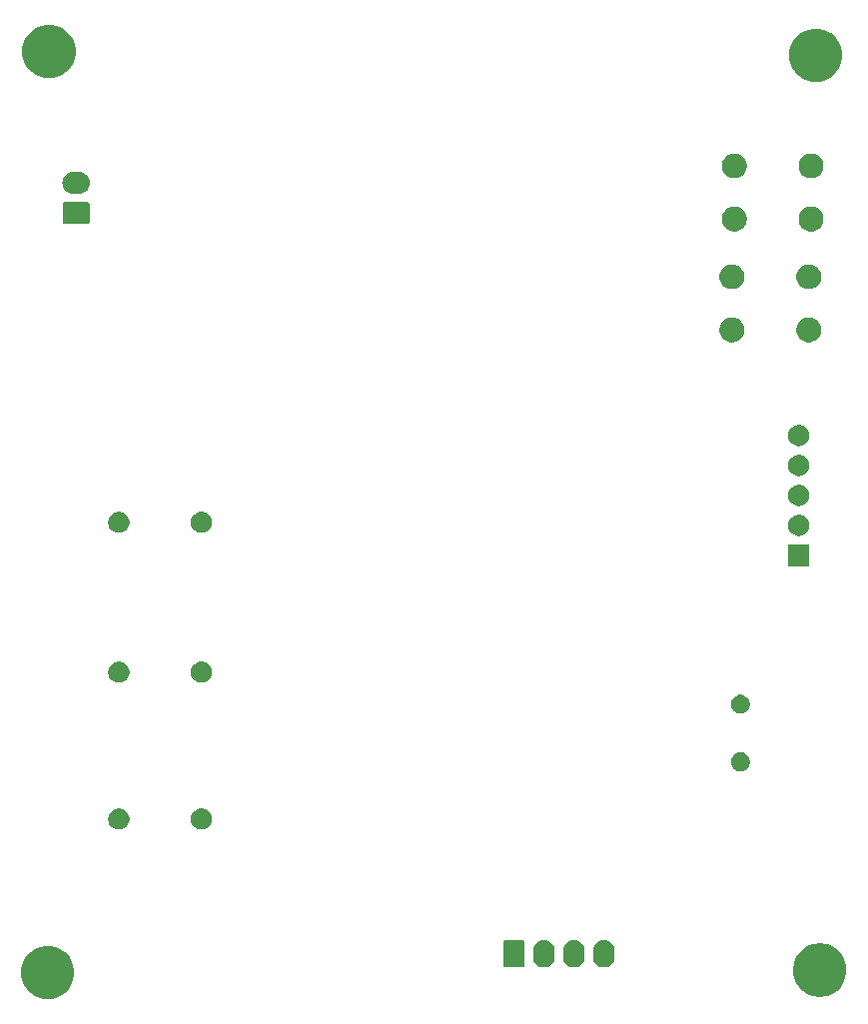
<source format=gbr>
G04 #@! TF.GenerationSoftware,KiCad,Pcbnew,(5.1.5)-3*
G04 #@! TF.CreationDate,2020-06-18T17:13:16-03:00*
G04 #@! TF.ProjectId,Energy_Meter,456e6572-6779-45f4-9d65-7465722e6b69,rev?*
G04 #@! TF.SameCoordinates,Original*
G04 #@! TF.FileFunction,Soldermask,Bot*
G04 #@! TF.FilePolarity,Negative*
%FSLAX46Y46*%
G04 Gerber Fmt 4.6, Leading zero omitted, Abs format (unit mm)*
G04 Created by KiCad (PCBNEW (5.1.5)-3) date 2020-06-18 17:13:16*
%MOMM*%
%LPD*%
G04 APERTURE LIST*
%ADD10C,0.100000*%
G04 APERTURE END LIST*
D10*
G36*
X82125880Y-133959776D02*
G01*
X82506593Y-134035504D01*
X82916249Y-134205189D01*
X83284929Y-134451534D01*
X83598466Y-134765071D01*
X83844811Y-135133751D01*
X84014496Y-135543407D01*
X84101000Y-135978296D01*
X84101000Y-136421704D01*
X84014496Y-136856593D01*
X83844811Y-137266249D01*
X83598466Y-137634929D01*
X83284929Y-137948466D01*
X82916249Y-138194811D01*
X82506593Y-138364496D01*
X82125880Y-138440224D01*
X82071705Y-138451000D01*
X81628295Y-138451000D01*
X81574120Y-138440224D01*
X81193407Y-138364496D01*
X80783751Y-138194811D01*
X80415071Y-137948466D01*
X80101534Y-137634929D01*
X79855189Y-137266249D01*
X79685504Y-136856593D01*
X79599000Y-136421704D01*
X79599000Y-135978296D01*
X79685504Y-135543407D01*
X79855189Y-135133751D01*
X80101534Y-134765071D01*
X80415071Y-134451534D01*
X80783751Y-134205189D01*
X81193407Y-134035504D01*
X81574120Y-133959776D01*
X81628295Y-133949000D01*
X82071705Y-133949000D01*
X82125880Y-133959776D01*
G37*
G36*
X147575880Y-133759776D02*
G01*
X147956593Y-133835504D01*
X148366249Y-134005189D01*
X148734929Y-134251534D01*
X149048466Y-134565071D01*
X149294811Y-134933751D01*
X149464496Y-135343407D01*
X149514995Y-135597287D01*
X149548490Y-135765674D01*
X149551000Y-135778296D01*
X149551000Y-136221704D01*
X149464496Y-136656593D01*
X149294811Y-137066249D01*
X149048466Y-137434929D01*
X148734929Y-137748466D01*
X148366249Y-137994811D01*
X147956593Y-138164496D01*
X147599176Y-138235590D01*
X147521705Y-138251000D01*
X147078295Y-138251000D01*
X147000824Y-138235590D01*
X146643407Y-138164496D01*
X146233751Y-137994811D01*
X145865071Y-137748466D01*
X145551534Y-137434929D01*
X145305189Y-137066249D01*
X145135504Y-136656593D01*
X145049000Y-136221704D01*
X145049000Y-135778296D01*
X145051511Y-135765674D01*
X145085005Y-135597287D01*
X145135504Y-135343407D01*
X145305189Y-134933751D01*
X145551534Y-134565071D01*
X145865071Y-134251534D01*
X146233751Y-134005189D01*
X146643407Y-133835504D01*
X147024120Y-133759776D01*
X147078295Y-133749000D01*
X147521705Y-133749000D01*
X147575880Y-133759776D01*
G37*
G36*
X124072547Y-133490326D02*
G01*
X124246156Y-133542990D01*
X124246158Y-133542991D01*
X124406155Y-133628511D01*
X124546397Y-133743603D01*
X124621817Y-133835504D01*
X124661489Y-133883844D01*
X124747010Y-134043843D01*
X124799674Y-134217452D01*
X124813000Y-134352756D01*
X124813000Y-134903243D01*
X124799674Y-135038548D01*
X124747010Y-135212157D01*
X124661489Y-135372156D01*
X124625729Y-135415729D01*
X124546397Y-135512397D01*
X124449729Y-135591729D01*
X124406156Y-135627489D01*
X124246157Y-135713010D01*
X124072548Y-135765674D01*
X123892000Y-135783456D01*
X123711453Y-135765674D01*
X123537844Y-135713010D01*
X123377845Y-135627489D01*
X123334272Y-135591729D01*
X123237604Y-135512397D01*
X123122513Y-135372157D01*
X123122512Y-135372155D01*
X123036990Y-135212157D01*
X122984326Y-135038548D01*
X122974005Y-134933751D01*
X122971000Y-134903245D01*
X122971000Y-134352756D01*
X122976750Y-134294378D01*
X122984326Y-134217453D01*
X123036990Y-134043844D01*
X123063291Y-133994639D01*
X123122511Y-133883845D01*
X123237603Y-133743603D01*
X123363388Y-133640375D01*
X123377844Y-133628511D01*
X123537843Y-133542990D01*
X123711452Y-133490326D01*
X123892000Y-133472544D01*
X124072547Y-133490326D01*
G37*
G36*
X129152547Y-133490326D02*
G01*
X129326156Y-133542990D01*
X129326158Y-133542991D01*
X129486155Y-133628511D01*
X129626397Y-133743603D01*
X129701817Y-133835504D01*
X129741489Y-133883844D01*
X129827010Y-134043843D01*
X129879674Y-134217452D01*
X129893000Y-134352756D01*
X129893000Y-134903243D01*
X129879674Y-135038548D01*
X129827010Y-135212157D01*
X129741489Y-135372156D01*
X129705729Y-135415729D01*
X129626397Y-135512397D01*
X129529729Y-135591729D01*
X129486156Y-135627489D01*
X129326157Y-135713010D01*
X129152548Y-135765674D01*
X128972000Y-135783456D01*
X128791453Y-135765674D01*
X128617844Y-135713010D01*
X128457845Y-135627489D01*
X128414272Y-135591729D01*
X128317604Y-135512397D01*
X128202513Y-135372157D01*
X128202512Y-135372155D01*
X128116990Y-135212157D01*
X128064326Y-135038548D01*
X128054005Y-134933751D01*
X128051000Y-134903245D01*
X128051000Y-134352756D01*
X128056750Y-134294378D01*
X128064326Y-134217453D01*
X128116990Y-134043844D01*
X128143291Y-133994639D01*
X128202511Y-133883845D01*
X128317603Y-133743603D01*
X128443388Y-133640375D01*
X128457844Y-133628511D01*
X128617843Y-133542990D01*
X128791452Y-133490326D01*
X128972000Y-133472544D01*
X129152547Y-133490326D01*
G37*
G36*
X126612547Y-133490326D02*
G01*
X126786156Y-133542990D01*
X126786158Y-133542991D01*
X126946155Y-133628511D01*
X127086397Y-133743603D01*
X127161817Y-133835504D01*
X127201489Y-133883844D01*
X127287010Y-134043843D01*
X127339674Y-134217452D01*
X127353000Y-134352756D01*
X127353000Y-134903243D01*
X127339674Y-135038548D01*
X127287010Y-135212157D01*
X127201489Y-135372156D01*
X127165729Y-135415729D01*
X127086397Y-135512397D01*
X126989729Y-135591729D01*
X126946156Y-135627489D01*
X126786157Y-135713010D01*
X126612548Y-135765674D01*
X126432000Y-135783456D01*
X126251453Y-135765674D01*
X126077844Y-135713010D01*
X125917845Y-135627489D01*
X125874272Y-135591729D01*
X125777604Y-135512397D01*
X125662513Y-135372157D01*
X125662512Y-135372155D01*
X125576990Y-135212157D01*
X125524326Y-135038548D01*
X125514005Y-134933751D01*
X125511000Y-134903245D01*
X125511000Y-134352756D01*
X125516750Y-134294378D01*
X125524326Y-134217453D01*
X125576990Y-134043844D01*
X125603291Y-133994639D01*
X125662511Y-133883845D01*
X125777603Y-133743603D01*
X125903388Y-133640375D01*
X125917844Y-133628511D01*
X126077843Y-133542990D01*
X126251452Y-133490326D01*
X126432000Y-133472544D01*
X126612547Y-133490326D01*
G37*
G36*
X122131561Y-133480966D02*
G01*
X122164383Y-133490923D01*
X122194632Y-133507092D01*
X122221148Y-133528852D01*
X122242908Y-133555368D01*
X122259077Y-133585617D01*
X122269034Y-133618439D01*
X122273000Y-133658713D01*
X122273000Y-135597287D01*
X122269034Y-135637561D01*
X122259077Y-135670383D01*
X122242908Y-135700632D01*
X122221148Y-135727148D01*
X122194632Y-135748908D01*
X122164383Y-135765077D01*
X122131561Y-135775034D01*
X122091287Y-135779000D01*
X120612713Y-135779000D01*
X120572439Y-135775034D01*
X120539617Y-135765077D01*
X120509368Y-135748908D01*
X120482852Y-135727148D01*
X120461092Y-135700632D01*
X120444923Y-135670383D01*
X120434966Y-135637561D01*
X120431000Y-135597287D01*
X120431000Y-133658713D01*
X120434966Y-133618439D01*
X120444923Y-133585617D01*
X120461092Y-133555368D01*
X120482852Y-133528852D01*
X120509368Y-133507092D01*
X120539617Y-133490923D01*
X120572439Y-133480966D01*
X120612713Y-133477000D01*
X122091287Y-133477000D01*
X122131561Y-133480966D01*
G37*
G36*
X94977512Y-122301927D02*
G01*
X95126812Y-122331624D01*
X95290784Y-122399544D01*
X95438354Y-122498147D01*
X95563853Y-122623646D01*
X95662456Y-122771216D01*
X95730376Y-122935188D01*
X95765000Y-123109259D01*
X95765000Y-123286741D01*
X95730376Y-123460812D01*
X95662456Y-123624784D01*
X95563853Y-123772354D01*
X95438354Y-123897853D01*
X95290784Y-123996456D01*
X95126812Y-124064376D01*
X94977512Y-124094073D01*
X94952742Y-124099000D01*
X94775258Y-124099000D01*
X94750488Y-124094073D01*
X94601188Y-124064376D01*
X94437216Y-123996456D01*
X94289646Y-123897853D01*
X94164147Y-123772354D01*
X94065544Y-123624784D01*
X93997624Y-123460812D01*
X93963000Y-123286741D01*
X93963000Y-123109259D01*
X93997624Y-122935188D01*
X94065544Y-122771216D01*
X94164147Y-122623646D01*
X94289646Y-122498147D01*
X94437216Y-122399544D01*
X94601188Y-122331624D01*
X94750488Y-122301927D01*
X94775258Y-122297000D01*
X94952742Y-122297000D01*
X94977512Y-122301927D01*
G37*
G36*
X87977512Y-122301927D02*
G01*
X88126812Y-122331624D01*
X88290784Y-122399544D01*
X88438354Y-122498147D01*
X88563853Y-122623646D01*
X88662456Y-122771216D01*
X88730376Y-122935188D01*
X88765000Y-123109259D01*
X88765000Y-123286741D01*
X88730376Y-123460812D01*
X88662456Y-123624784D01*
X88563853Y-123772354D01*
X88438354Y-123897853D01*
X88290784Y-123996456D01*
X88126812Y-124064376D01*
X87977512Y-124094073D01*
X87952742Y-124099000D01*
X87775258Y-124099000D01*
X87750488Y-124094073D01*
X87601188Y-124064376D01*
X87437216Y-123996456D01*
X87289646Y-123897853D01*
X87164147Y-123772354D01*
X87065544Y-123624784D01*
X86997624Y-123460812D01*
X86963000Y-123286741D01*
X86963000Y-123109259D01*
X86997624Y-122935188D01*
X87065544Y-122771216D01*
X87164147Y-122623646D01*
X87289646Y-122498147D01*
X87437216Y-122399544D01*
X87601188Y-122331624D01*
X87750488Y-122301927D01*
X87775258Y-122297000D01*
X87952742Y-122297000D01*
X87977512Y-122301927D01*
G37*
G36*
X140783642Y-117579781D02*
G01*
X140929414Y-117640162D01*
X140929416Y-117640163D01*
X141060608Y-117727822D01*
X141172178Y-117839392D01*
X141259837Y-117970584D01*
X141259838Y-117970586D01*
X141320219Y-118116358D01*
X141351000Y-118271107D01*
X141351000Y-118428893D01*
X141320219Y-118583642D01*
X141259838Y-118729414D01*
X141259837Y-118729416D01*
X141172178Y-118860608D01*
X141060608Y-118972178D01*
X140929416Y-119059837D01*
X140929415Y-119059838D01*
X140929414Y-119059838D01*
X140783642Y-119120219D01*
X140628893Y-119151000D01*
X140471107Y-119151000D01*
X140316358Y-119120219D01*
X140170586Y-119059838D01*
X140170585Y-119059838D01*
X140170584Y-119059837D01*
X140039392Y-118972178D01*
X139927822Y-118860608D01*
X139840163Y-118729416D01*
X139840162Y-118729414D01*
X139779781Y-118583642D01*
X139749000Y-118428893D01*
X139749000Y-118271107D01*
X139779781Y-118116358D01*
X139840162Y-117970586D01*
X139840163Y-117970584D01*
X139927822Y-117839392D01*
X140039392Y-117727822D01*
X140170584Y-117640163D01*
X140170586Y-117640162D01*
X140316358Y-117579781D01*
X140471107Y-117549000D01*
X140628893Y-117549000D01*
X140783642Y-117579781D01*
G37*
G36*
X140783642Y-112699781D02*
G01*
X140929414Y-112760162D01*
X140929416Y-112760163D01*
X141060608Y-112847822D01*
X141172178Y-112959392D01*
X141259837Y-113090584D01*
X141259838Y-113090586D01*
X141320219Y-113236358D01*
X141351000Y-113391107D01*
X141351000Y-113548893D01*
X141320219Y-113703642D01*
X141259838Y-113849414D01*
X141259837Y-113849416D01*
X141172178Y-113980608D01*
X141060608Y-114092178D01*
X140929416Y-114179837D01*
X140929415Y-114179838D01*
X140929414Y-114179838D01*
X140783642Y-114240219D01*
X140628893Y-114271000D01*
X140471107Y-114271000D01*
X140316358Y-114240219D01*
X140170586Y-114179838D01*
X140170585Y-114179838D01*
X140170584Y-114179837D01*
X140039392Y-114092178D01*
X139927822Y-113980608D01*
X139840163Y-113849416D01*
X139840162Y-113849414D01*
X139779781Y-113703642D01*
X139749000Y-113548893D01*
X139749000Y-113391107D01*
X139779781Y-113236358D01*
X139840162Y-113090586D01*
X139840163Y-113090584D01*
X139927822Y-112959392D01*
X140039392Y-112847822D01*
X140170584Y-112760163D01*
X140170586Y-112760162D01*
X140316358Y-112699781D01*
X140471107Y-112669000D01*
X140628893Y-112669000D01*
X140783642Y-112699781D01*
G37*
G36*
X87977512Y-109855927D02*
G01*
X88126812Y-109885624D01*
X88290784Y-109953544D01*
X88438354Y-110052147D01*
X88563853Y-110177646D01*
X88662456Y-110325216D01*
X88730376Y-110489188D01*
X88765000Y-110663259D01*
X88765000Y-110840741D01*
X88730376Y-111014812D01*
X88662456Y-111178784D01*
X88563853Y-111326354D01*
X88438354Y-111451853D01*
X88290784Y-111550456D01*
X88126812Y-111618376D01*
X87977512Y-111648073D01*
X87952742Y-111653000D01*
X87775258Y-111653000D01*
X87750488Y-111648073D01*
X87601188Y-111618376D01*
X87437216Y-111550456D01*
X87289646Y-111451853D01*
X87164147Y-111326354D01*
X87065544Y-111178784D01*
X86997624Y-111014812D01*
X86963000Y-110840741D01*
X86963000Y-110663259D01*
X86997624Y-110489188D01*
X87065544Y-110325216D01*
X87164147Y-110177646D01*
X87289646Y-110052147D01*
X87437216Y-109953544D01*
X87601188Y-109885624D01*
X87750488Y-109855927D01*
X87775258Y-109851000D01*
X87952742Y-109851000D01*
X87977512Y-109855927D01*
G37*
G36*
X94977512Y-109855927D02*
G01*
X95126812Y-109885624D01*
X95290784Y-109953544D01*
X95438354Y-110052147D01*
X95563853Y-110177646D01*
X95662456Y-110325216D01*
X95730376Y-110489188D01*
X95765000Y-110663259D01*
X95765000Y-110840741D01*
X95730376Y-111014812D01*
X95662456Y-111178784D01*
X95563853Y-111326354D01*
X95438354Y-111451853D01*
X95290784Y-111550456D01*
X95126812Y-111618376D01*
X94977512Y-111648073D01*
X94952742Y-111653000D01*
X94775258Y-111653000D01*
X94750488Y-111648073D01*
X94601188Y-111618376D01*
X94437216Y-111550456D01*
X94289646Y-111451853D01*
X94164147Y-111326354D01*
X94065544Y-111178784D01*
X93997624Y-111014812D01*
X93963000Y-110840741D01*
X93963000Y-110663259D01*
X93997624Y-110489188D01*
X94065544Y-110325216D01*
X94164147Y-110177646D01*
X94289646Y-110052147D01*
X94437216Y-109953544D01*
X94601188Y-109885624D01*
X94750488Y-109855927D01*
X94775258Y-109851000D01*
X94952742Y-109851000D01*
X94977512Y-109855927D01*
G37*
G36*
X146401000Y-101751000D02*
G01*
X144599000Y-101751000D01*
X144599000Y-99949000D01*
X146401000Y-99949000D01*
X146401000Y-101751000D01*
G37*
G36*
X145613512Y-97413927D02*
G01*
X145762812Y-97443624D01*
X145926784Y-97511544D01*
X146074354Y-97610147D01*
X146199853Y-97735646D01*
X146298456Y-97883216D01*
X146366376Y-98047188D01*
X146401000Y-98221259D01*
X146401000Y-98398741D01*
X146366376Y-98572812D01*
X146298456Y-98736784D01*
X146199853Y-98884354D01*
X146074354Y-99009853D01*
X145926784Y-99108456D01*
X145762812Y-99176376D01*
X145613512Y-99206073D01*
X145588742Y-99211000D01*
X145411258Y-99211000D01*
X145386488Y-99206073D01*
X145237188Y-99176376D01*
X145073216Y-99108456D01*
X144925646Y-99009853D01*
X144800147Y-98884354D01*
X144701544Y-98736784D01*
X144633624Y-98572812D01*
X144599000Y-98398741D01*
X144599000Y-98221259D01*
X144633624Y-98047188D01*
X144701544Y-97883216D01*
X144800147Y-97735646D01*
X144925646Y-97610147D01*
X145073216Y-97511544D01*
X145237188Y-97443624D01*
X145386488Y-97413927D01*
X145411258Y-97409000D01*
X145588742Y-97409000D01*
X145613512Y-97413927D01*
G37*
G36*
X87977512Y-97155927D02*
G01*
X88126812Y-97185624D01*
X88290784Y-97253544D01*
X88438354Y-97352147D01*
X88563853Y-97477646D01*
X88662456Y-97625216D01*
X88730376Y-97789188D01*
X88765000Y-97963259D01*
X88765000Y-98140741D01*
X88730376Y-98314812D01*
X88662456Y-98478784D01*
X88563853Y-98626354D01*
X88438354Y-98751853D01*
X88290784Y-98850456D01*
X88126812Y-98918376D01*
X87977512Y-98948073D01*
X87952742Y-98953000D01*
X87775258Y-98953000D01*
X87750488Y-98948073D01*
X87601188Y-98918376D01*
X87437216Y-98850456D01*
X87289646Y-98751853D01*
X87164147Y-98626354D01*
X87065544Y-98478784D01*
X86997624Y-98314812D01*
X86963000Y-98140741D01*
X86963000Y-97963259D01*
X86997624Y-97789188D01*
X87065544Y-97625216D01*
X87164147Y-97477646D01*
X87289646Y-97352147D01*
X87437216Y-97253544D01*
X87601188Y-97185624D01*
X87750488Y-97155927D01*
X87775258Y-97151000D01*
X87952742Y-97151000D01*
X87977512Y-97155927D01*
G37*
G36*
X94977512Y-97155927D02*
G01*
X95126812Y-97185624D01*
X95290784Y-97253544D01*
X95438354Y-97352147D01*
X95563853Y-97477646D01*
X95662456Y-97625216D01*
X95730376Y-97789188D01*
X95765000Y-97963259D01*
X95765000Y-98140741D01*
X95730376Y-98314812D01*
X95662456Y-98478784D01*
X95563853Y-98626354D01*
X95438354Y-98751853D01*
X95290784Y-98850456D01*
X95126812Y-98918376D01*
X94977512Y-98948073D01*
X94952742Y-98953000D01*
X94775258Y-98953000D01*
X94750488Y-98948073D01*
X94601188Y-98918376D01*
X94437216Y-98850456D01*
X94289646Y-98751853D01*
X94164147Y-98626354D01*
X94065544Y-98478784D01*
X93997624Y-98314812D01*
X93963000Y-98140741D01*
X93963000Y-97963259D01*
X93997624Y-97789188D01*
X94065544Y-97625216D01*
X94164147Y-97477646D01*
X94289646Y-97352147D01*
X94437216Y-97253544D01*
X94601188Y-97185624D01*
X94750488Y-97155927D01*
X94775258Y-97151000D01*
X94952742Y-97151000D01*
X94977512Y-97155927D01*
G37*
G36*
X145613512Y-94873927D02*
G01*
X145762812Y-94903624D01*
X145926784Y-94971544D01*
X146074354Y-95070147D01*
X146199853Y-95195646D01*
X146298456Y-95343216D01*
X146366376Y-95507188D01*
X146401000Y-95681259D01*
X146401000Y-95858741D01*
X146366376Y-96032812D01*
X146298456Y-96196784D01*
X146199853Y-96344354D01*
X146074354Y-96469853D01*
X145926784Y-96568456D01*
X145762812Y-96636376D01*
X145613512Y-96666073D01*
X145588742Y-96671000D01*
X145411258Y-96671000D01*
X145386488Y-96666073D01*
X145237188Y-96636376D01*
X145073216Y-96568456D01*
X144925646Y-96469853D01*
X144800147Y-96344354D01*
X144701544Y-96196784D01*
X144633624Y-96032812D01*
X144599000Y-95858741D01*
X144599000Y-95681259D01*
X144633624Y-95507188D01*
X144701544Y-95343216D01*
X144800147Y-95195646D01*
X144925646Y-95070147D01*
X145073216Y-94971544D01*
X145237188Y-94903624D01*
X145386488Y-94873927D01*
X145411258Y-94869000D01*
X145588742Y-94869000D01*
X145613512Y-94873927D01*
G37*
G36*
X145613512Y-92333927D02*
G01*
X145762812Y-92363624D01*
X145926784Y-92431544D01*
X146074354Y-92530147D01*
X146199853Y-92655646D01*
X146298456Y-92803216D01*
X146366376Y-92967188D01*
X146401000Y-93141259D01*
X146401000Y-93318741D01*
X146366376Y-93492812D01*
X146298456Y-93656784D01*
X146199853Y-93804354D01*
X146074354Y-93929853D01*
X145926784Y-94028456D01*
X145762812Y-94096376D01*
X145613512Y-94126073D01*
X145588742Y-94131000D01*
X145411258Y-94131000D01*
X145386488Y-94126073D01*
X145237188Y-94096376D01*
X145073216Y-94028456D01*
X144925646Y-93929853D01*
X144800147Y-93804354D01*
X144701544Y-93656784D01*
X144633624Y-93492812D01*
X144599000Y-93318741D01*
X144599000Y-93141259D01*
X144633624Y-92967188D01*
X144701544Y-92803216D01*
X144800147Y-92655646D01*
X144925646Y-92530147D01*
X145073216Y-92431544D01*
X145237188Y-92363624D01*
X145386488Y-92333927D01*
X145411258Y-92329000D01*
X145588742Y-92329000D01*
X145613512Y-92333927D01*
G37*
G36*
X145613512Y-89793927D02*
G01*
X145762812Y-89823624D01*
X145926784Y-89891544D01*
X146074354Y-89990147D01*
X146199853Y-90115646D01*
X146298456Y-90263216D01*
X146366376Y-90427188D01*
X146401000Y-90601259D01*
X146401000Y-90778741D01*
X146366376Y-90952812D01*
X146298456Y-91116784D01*
X146199853Y-91264354D01*
X146074354Y-91389853D01*
X145926784Y-91488456D01*
X145762812Y-91556376D01*
X145613512Y-91586073D01*
X145588742Y-91591000D01*
X145411258Y-91591000D01*
X145386488Y-91586073D01*
X145237188Y-91556376D01*
X145073216Y-91488456D01*
X144925646Y-91389853D01*
X144800147Y-91264354D01*
X144701544Y-91116784D01*
X144633624Y-90952812D01*
X144599000Y-90778741D01*
X144599000Y-90601259D01*
X144633624Y-90427188D01*
X144701544Y-90263216D01*
X144800147Y-90115646D01*
X144925646Y-89990147D01*
X145073216Y-89891544D01*
X145237188Y-89823624D01*
X145386488Y-89793927D01*
X145411258Y-89789000D01*
X145588742Y-89789000D01*
X145613512Y-89793927D01*
G37*
G36*
X140150564Y-80725389D02*
G01*
X140341833Y-80804615D01*
X140341835Y-80804616D01*
X140513973Y-80919635D01*
X140660365Y-81066027D01*
X140775385Y-81238167D01*
X140854611Y-81429436D01*
X140895000Y-81632484D01*
X140895000Y-81839516D01*
X140854611Y-82042564D01*
X140775385Y-82233833D01*
X140775384Y-82233835D01*
X140660365Y-82405973D01*
X140513973Y-82552365D01*
X140341835Y-82667384D01*
X140341834Y-82667385D01*
X140341833Y-82667385D01*
X140150564Y-82746611D01*
X139947516Y-82787000D01*
X139740484Y-82787000D01*
X139537436Y-82746611D01*
X139346167Y-82667385D01*
X139346166Y-82667385D01*
X139346165Y-82667384D01*
X139174027Y-82552365D01*
X139027635Y-82405973D01*
X138912616Y-82233835D01*
X138912615Y-82233833D01*
X138833389Y-82042564D01*
X138793000Y-81839516D01*
X138793000Y-81632484D01*
X138833389Y-81429436D01*
X138912615Y-81238167D01*
X139027635Y-81066027D01*
X139174027Y-80919635D01*
X139346165Y-80804616D01*
X139346167Y-80804615D01*
X139537436Y-80725389D01*
X139740484Y-80685000D01*
X139947516Y-80685000D01*
X140150564Y-80725389D01*
G37*
G36*
X146650564Y-80725389D02*
G01*
X146841833Y-80804615D01*
X146841835Y-80804616D01*
X147013973Y-80919635D01*
X147160365Y-81066027D01*
X147275385Y-81238167D01*
X147354611Y-81429436D01*
X147395000Y-81632484D01*
X147395000Y-81839516D01*
X147354611Y-82042564D01*
X147275385Y-82233833D01*
X147275384Y-82233835D01*
X147160365Y-82405973D01*
X147013973Y-82552365D01*
X146841835Y-82667384D01*
X146841834Y-82667385D01*
X146841833Y-82667385D01*
X146650564Y-82746611D01*
X146447516Y-82787000D01*
X146240484Y-82787000D01*
X146037436Y-82746611D01*
X145846167Y-82667385D01*
X145846166Y-82667385D01*
X145846165Y-82667384D01*
X145674027Y-82552365D01*
X145527635Y-82405973D01*
X145412616Y-82233835D01*
X145412615Y-82233833D01*
X145333389Y-82042564D01*
X145293000Y-81839516D01*
X145293000Y-81632484D01*
X145333389Y-81429436D01*
X145412615Y-81238167D01*
X145527635Y-81066027D01*
X145674027Y-80919635D01*
X145846165Y-80804616D01*
X145846167Y-80804615D01*
X146037436Y-80725389D01*
X146240484Y-80685000D01*
X146447516Y-80685000D01*
X146650564Y-80725389D01*
G37*
G36*
X140150564Y-76225389D02*
G01*
X140341833Y-76304615D01*
X140341835Y-76304616D01*
X140513973Y-76419635D01*
X140660365Y-76566027D01*
X140775385Y-76738167D01*
X140854611Y-76929436D01*
X140895000Y-77132484D01*
X140895000Y-77339516D01*
X140854611Y-77542564D01*
X140775385Y-77733833D01*
X140775384Y-77733835D01*
X140660365Y-77905973D01*
X140513973Y-78052365D01*
X140341835Y-78167384D01*
X140341834Y-78167385D01*
X140341833Y-78167385D01*
X140150564Y-78246611D01*
X139947516Y-78287000D01*
X139740484Y-78287000D01*
X139537436Y-78246611D01*
X139346167Y-78167385D01*
X139346166Y-78167385D01*
X139346165Y-78167384D01*
X139174027Y-78052365D01*
X139027635Y-77905973D01*
X138912616Y-77733835D01*
X138912615Y-77733833D01*
X138833389Y-77542564D01*
X138793000Y-77339516D01*
X138793000Y-77132484D01*
X138833389Y-76929436D01*
X138912615Y-76738167D01*
X139027635Y-76566027D01*
X139174027Y-76419635D01*
X139346165Y-76304616D01*
X139346167Y-76304615D01*
X139537436Y-76225389D01*
X139740484Y-76185000D01*
X139947516Y-76185000D01*
X140150564Y-76225389D01*
G37*
G36*
X146650564Y-76225389D02*
G01*
X146841833Y-76304615D01*
X146841835Y-76304616D01*
X147013973Y-76419635D01*
X147160365Y-76566027D01*
X147275385Y-76738167D01*
X147354611Y-76929436D01*
X147395000Y-77132484D01*
X147395000Y-77339516D01*
X147354611Y-77542564D01*
X147275385Y-77733833D01*
X147275384Y-77733835D01*
X147160365Y-77905973D01*
X147013973Y-78052365D01*
X146841835Y-78167384D01*
X146841834Y-78167385D01*
X146841833Y-78167385D01*
X146650564Y-78246611D01*
X146447516Y-78287000D01*
X146240484Y-78287000D01*
X146037436Y-78246611D01*
X145846167Y-78167385D01*
X145846166Y-78167385D01*
X145846165Y-78167384D01*
X145674027Y-78052365D01*
X145527635Y-77905973D01*
X145412616Y-77733835D01*
X145412615Y-77733833D01*
X145333389Y-77542564D01*
X145293000Y-77339516D01*
X145293000Y-77132484D01*
X145333389Y-76929436D01*
X145412615Y-76738167D01*
X145527635Y-76566027D01*
X145674027Y-76419635D01*
X145846165Y-76304616D01*
X145846167Y-76304615D01*
X146037436Y-76225389D01*
X146240484Y-76185000D01*
X146447516Y-76185000D01*
X146650564Y-76225389D01*
G37*
G36*
X146850564Y-71325389D02*
G01*
X147041833Y-71404615D01*
X147041835Y-71404616D01*
X147213973Y-71519635D01*
X147360365Y-71666027D01*
X147475385Y-71838167D01*
X147554611Y-72029436D01*
X147595000Y-72232484D01*
X147595000Y-72439516D01*
X147554611Y-72642564D01*
X147515555Y-72736854D01*
X147475384Y-72833835D01*
X147360365Y-73005973D01*
X147213973Y-73152365D01*
X147041835Y-73267384D01*
X147041834Y-73267385D01*
X147041833Y-73267385D01*
X146850564Y-73346611D01*
X146647516Y-73387000D01*
X146440484Y-73387000D01*
X146237436Y-73346611D01*
X146046167Y-73267385D01*
X146046166Y-73267385D01*
X146046165Y-73267384D01*
X145874027Y-73152365D01*
X145727635Y-73005973D01*
X145612616Y-72833835D01*
X145572445Y-72736854D01*
X145533389Y-72642564D01*
X145493000Y-72439516D01*
X145493000Y-72232484D01*
X145533389Y-72029436D01*
X145612615Y-71838167D01*
X145727635Y-71666027D01*
X145874027Y-71519635D01*
X146046165Y-71404616D01*
X146046167Y-71404615D01*
X146237436Y-71325389D01*
X146440484Y-71285000D01*
X146647516Y-71285000D01*
X146850564Y-71325389D01*
G37*
G36*
X140350564Y-71325389D02*
G01*
X140541833Y-71404615D01*
X140541835Y-71404616D01*
X140713973Y-71519635D01*
X140860365Y-71666027D01*
X140975385Y-71838167D01*
X141054611Y-72029436D01*
X141095000Y-72232484D01*
X141095000Y-72439516D01*
X141054611Y-72642564D01*
X141015555Y-72736854D01*
X140975384Y-72833835D01*
X140860365Y-73005973D01*
X140713973Y-73152365D01*
X140541835Y-73267384D01*
X140541834Y-73267385D01*
X140541833Y-73267385D01*
X140350564Y-73346611D01*
X140147516Y-73387000D01*
X139940484Y-73387000D01*
X139737436Y-73346611D01*
X139546167Y-73267385D01*
X139546166Y-73267385D01*
X139546165Y-73267384D01*
X139374027Y-73152365D01*
X139227635Y-73005973D01*
X139112616Y-72833835D01*
X139072445Y-72736854D01*
X139033389Y-72642564D01*
X138993000Y-72439516D01*
X138993000Y-72232484D01*
X139033389Y-72029436D01*
X139112615Y-71838167D01*
X139227635Y-71666027D01*
X139374027Y-71519635D01*
X139546165Y-71404616D01*
X139546167Y-71404615D01*
X139737436Y-71325389D01*
X139940484Y-71285000D01*
X140147516Y-71285000D01*
X140350564Y-71325389D01*
G37*
G36*
X85253561Y-70918966D02*
G01*
X85286383Y-70928923D01*
X85316632Y-70945092D01*
X85343148Y-70966852D01*
X85364908Y-70993368D01*
X85381077Y-71023617D01*
X85391034Y-71056439D01*
X85395000Y-71096713D01*
X85395000Y-72575287D01*
X85391034Y-72615561D01*
X85381077Y-72648383D01*
X85364908Y-72678632D01*
X85343148Y-72705148D01*
X85316632Y-72726908D01*
X85286383Y-72743077D01*
X85253561Y-72753034D01*
X85213287Y-72757000D01*
X83274713Y-72757000D01*
X83234439Y-72753034D01*
X83201617Y-72743077D01*
X83171368Y-72726908D01*
X83144852Y-72705148D01*
X83123092Y-72678632D01*
X83106923Y-72648383D01*
X83096966Y-72615561D01*
X83093000Y-72575287D01*
X83093000Y-71096713D01*
X83096966Y-71056439D01*
X83106923Y-71023617D01*
X83123092Y-70993368D01*
X83144852Y-70966852D01*
X83171368Y-70945092D01*
X83201617Y-70928923D01*
X83234439Y-70918966D01*
X83274713Y-70915000D01*
X85213287Y-70915000D01*
X85253561Y-70918966D01*
G37*
G36*
X84564345Y-68379442D02*
G01*
X84654548Y-68388326D01*
X84828157Y-68440990D01*
X84988156Y-68526511D01*
X85031729Y-68562271D01*
X85128397Y-68641603D01*
X85207729Y-68738271D01*
X85243489Y-68781844D01*
X85329010Y-68941843D01*
X85381674Y-69115452D01*
X85399456Y-69296000D01*
X85381674Y-69476548D01*
X85329010Y-69650157D01*
X85243489Y-69810156D01*
X85207729Y-69853729D01*
X85128397Y-69950397D01*
X85031729Y-70029729D01*
X84988156Y-70065489D01*
X84828157Y-70151010D01*
X84654548Y-70203674D01*
X84564345Y-70212558D01*
X84519245Y-70217000D01*
X83968755Y-70217000D01*
X83923655Y-70212558D01*
X83833452Y-70203674D01*
X83659843Y-70151010D01*
X83499844Y-70065489D01*
X83456271Y-70029729D01*
X83359603Y-69950397D01*
X83280271Y-69853729D01*
X83244511Y-69810156D01*
X83158990Y-69650157D01*
X83106326Y-69476548D01*
X83088544Y-69296000D01*
X83106326Y-69115452D01*
X83158990Y-68941843D01*
X83244511Y-68781844D01*
X83280271Y-68738271D01*
X83359603Y-68641603D01*
X83456271Y-68562271D01*
X83499844Y-68526511D01*
X83659843Y-68440990D01*
X83833452Y-68388326D01*
X83923655Y-68379442D01*
X83968755Y-68375000D01*
X84519245Y-68375000D01*
X84564345Y-68379442D01*
G37*
G36*
X146850564Y-66825389D02*
G01*
X147041833Y-66904615D01*
X147041835Y-66904616D01*
X147213973Y-67019635D01*
X147360365Y-67166027D01*
X147475385Y-67338167D01*
X147554611Y-67529436D01*
X147595000Y-67732484D01*
X147595000Y-67939516D01*
X147554611Y-68142564D01*
X147475385Y-68333833D01*
X147475384Y-68333835D01*
X147360365Y-68505973D01*
X147213973Y-68652365D01*
X147041835Y-68767384D01*
X147041834Y-68767385D01*
X147041833Y-68767385D01*
X146850564Y-68846611D01*
X146647516Y-68887000D01*
X146440484Y-68887000D01*
X146237436Y-68846611D01*
X146046167Y-68767385D01*
X146046166Y-68767385D01*
X146046165Y-68767384D01*
X145874027Y-68652365D01*
X145727635Y-68505973D01*
X145612616Y-68333835D01*
X145612615Y-68333833D01*
X145533389Y-68142564D01*
X145493000Y-67939516D01*
X145493000Y-67732484D01*
X145533389Y-67529436D01*
X145612615Y-67338167D01*
X145727635Y-67166027D01*
X145874027Y-67019635D01*
X146046165Y-66904616D01*
X146046167Y-66904615D01*
X146237436Y-66825389D01*
X146440484Y-66785000D01*
X146647516Y-66785000D01*
X146850564Y-66825389D01*
G37*
G36*
X140350564Y-66825389D02*
G01*
X140541833Y-66904615D01*
X140541835Y-66904616D01*
X140713973Y-67019635D01*
X140860365Y-67166027D01*
X140975385Y-67338167D01*
X141054611Y-67529436D01*
X141095000Y-67732484D01*
X141095000Y-67939516D01*
X141054611Y-68142564D01*
X140975385Y-68333833D01*
X140975384Y-68333835D01*
X140860365Y-68505973D01*
X140713973Y-68652365D01*
X140541835Y-68767384D01*
X140541834Y-68767385D01*
X140541833Y-68767385D01*
X140350564Y-68846611D01*
X140147516Y-68887000D01*
X139940484Y-68887000D01*
X139737436Y-68846611D01*
X139546167Y-68767385D01*
X139546166Y-68767385D01*
X139546165Y-68767384D01*
X139374027Y-68652365D01*
X139227635Y-68505973D01*
X139112616Y-68333835D01*
X139112615Y-68333833D01*
X139033389Y-68142564D01*
X138993000Y-67939516D01*
X138993000Y-67732484D01*
X139033389Y-67529436D01*
X139112615Y-67338167D01*
X139227635Y-67166027D01*
X139374027Y-67019635D01*
X139546165Y-66904616D01*
X139546167Y-66904615D01*
X139737436Y-66825389D01*
X139940484Y-66785000D01*
X140147516Y-66785000D01*
X140350564Y-66825389D01*
G37*
G36*
X147225880Y-56209776D02*
G01*
X147606593Y-56285504D01*
X148016249Y-56455189D01*
X148384929Y-56701534D01*
X148698466Y-57015071D01*
X148944811Y-57383751D01*
X149114496Y-57793407D01*
X149201000Y-58228296D01*
X149201000Y-58671704D01*
X149114496Y-59106593D01*
X148944811Y-59516249D01*
X148698466Y-59884929D01*
X148384929Y-60198466D01*
X148016249Y-60444811D01*
X147606593Y-60614496D01*
X147225880Y-60690224D01*
X147171705Y-60701000D01*
X146728295Y-60701000D01*
X146674120Y-60690224D01*
X146293407Y-60614496D01*
X145883751Y-60444811D01*
X145515071Y-60198466D01*
X145201534Y-59884929D01*
X144955189Y-59516249D01*
X144785504Y-59106593D01*
X144699000Y-58671704D01*
X144699000Y-58228296D01*
X144785504Y-57793407D01*
X144955189Y-57383751D01*
X145201534Y-57015071D01*
X145515071Y-56701534D01*
X145883751Y-56455189D01*
X146293407Y-56285504D01*
X146674120Y-56209776D01*
X146728295Y-56199000D01*
X147171705Y-56199000D01*
X147225880Y-56209776D01*
G37*
G36*
X82225880Y-55909776D02*
G01*
X82606593Y-55985504D01*
X83016249Y-56155189D01*
X83384929Y-56401534D01*
X83698466Y-56715071D01*
X83944811Y-57083751D01*
X84114496Y-57493407D01*
X84201000Y-57928296D01*
X84201000Y-58371704D01*
X84114496Y-58806593D01*
X83944811Y-59216249D01*
X83698466Y-59584929D01*
X83384929Y-59898466D01*
X83016249Y-60144811D01*
X82606593Y-60314496D01*
X82225880Y-60390224D01*
X82171705Y-60401000D01*
X81728295Y-60401000D01*
X81674120Y-60390224D01*
X81293407Y-60314496D01*
X80883751Y-60144811D01*
X80515071Y-59898466D01*
X80201534Y-59584929D01*
X79955189Y-59216249D01*
X79785504Y-58806593D01*
X79699000Y-58371704D01*
X79699000Y-57928296D01*
X79785504Y-57493407D01*
X79955189Y-57083751D01*
X80201534Y-56715071D01*
X80515071Y-56401534D01*
X80883751Y-56155189D01*
X81293407Y-55985504D01*
X81674120Y-55909776D01*
X81728295Y-55899000D01*
X82171705Y-55899000D01*
X82225880Y-55909776D01*
G37*
M02*

</source>
